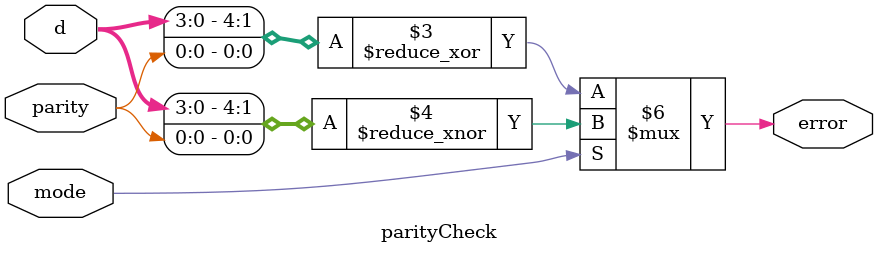
<source format=v>
module parityCheck(
input [3:0]d,
input parity,
input mode,
output reg error
);

always @(*) begin 
  //mode=0 then check for error in even parity
  //mode=1 then check for error in odd parity
if(mode==1'b0)
   error = ^{d,parity};
else
   error = ~^{d,parity};

end
endmodule


</source>
